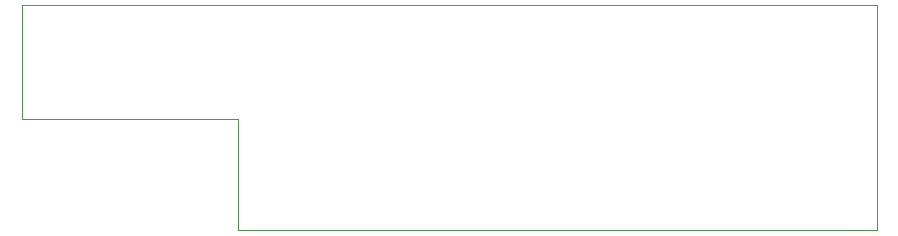
<source format=gko>
G04*
G04 #@! TF.GenerationSoftware,Altium Limited,Altium Designer,20.2.6 (244)*
G04*
G04 Layer_Color=8388736*
%FSAX24Y24*%
%MOIN*%
G70*
G04*
G04 #@! TF.SameCoordinates,4ACB88D7-B294-410B-95FA-DE5AC106DB3D*
G04*
G04*
G04 #@! TF.FilePolarity,Positive*
G04*
G01*
G75*
%ADD25C,0.0010*%
D25*
X258989Y126915D02*
X258989Y134415D01*
X237689Y126915D02*
X258989D01*
X237689D02*
Y130615D01*
X230489D02*
X237689D01*
X230489Y134415D02*
X230489Y130615D01*
X230489Y134415D02*
X258989Y134415D01*
M02*

</source>
